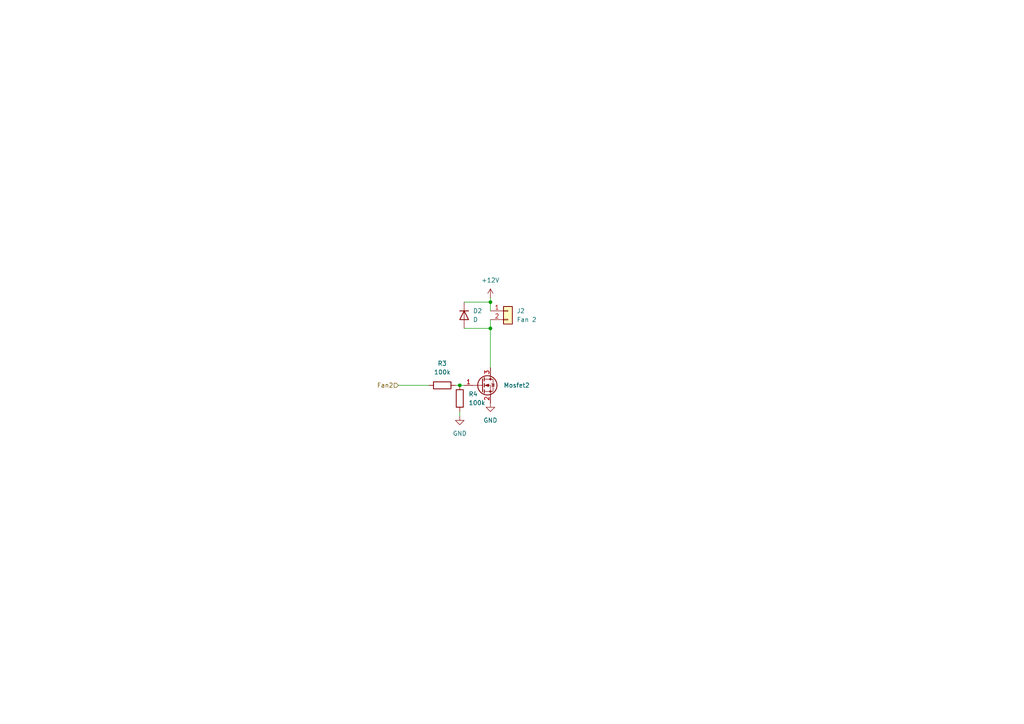
<source format=kicad_sch>
(kicad_sch (version 20231120) (generator "eeschema") (generator_version "8.0")
  (paper "A4")
  (lib_symbols
    (symbol "Connector_Generic:Conn_01x02" (pin_names (offset 1.016) hide)
      (property "Reference" "J" (at 0 2.54 0))
      (property "Value" "Conn_01x02" (at 0 -5.08 0))
      (symbol "Conn_01x02_1_1"
        (rectangle (start -1.27 -2.413) (end 0 -2.667) (stroke (width 0.1524)))
        (rectangle (start -1.27 0.127) (end 0 -0.127) (stroke (width 0.1524)))
        (rectangle (start -1.27 1.27) (end 1.27 -3.81) (stroke (width 0.254)) (fill (type background)))
        (pin passive line (at -5.08 0 0) (length 3.81) (name "Pin_1") (number "1"))
        (pin passive line (at -5.08 -2.54 0) (length 3.81) (name "Pin_2") (number "2"))
      )
    )
    (symbol "Device:D" (pin_numbers hide) (pin_names (offset 1.016) hide)
      (property "Reference" "D" (at 0 2.54 0))
      (property "Value" "D" (at 0 -2.54 0))
      (symbol "D_0_1"
        (polyline (pts (xy -1.27 1.27) (xy -1.27 -1.27)) (stroke (width 0.254)))
        (polyline (pts (xy 1.27 0) (xy -1.27 0)))
        (polyline (pts (xy 1.27 1.27) (xy 1.27 -1.27) (xy -1.27 0) (xy 1.27 1.27)) (stroke (width 0.254)))
      )
      (symbol "D_1_1"
        (pin passive line (at -3.81 0 0) (length 2.54) (name "K") (number "1"))
        (pin passive line (at 3.81 0 180) (length 2.54) (name "A") (number "2"))
      )
    )
    (symbol "Device:R" (pin_numbers hide) (pin_names (offset 0))
      (property "Reference" "R" (at 2.032 0 90))
      (property "Value" "R" (at 0 0 90))
      (symbol "R_0_1"
        (rectangle (start -1.016 -2.54) (end 1.016 2.54) (stroke (width 0.254)))
      )
      (symbol "R_1_1"
        (pin passive line (at 0 3.81 270) (length 1.27) (name "~") (number "1"))
        (pin passive line (at 0 -3.81 90) (length 1.27) (name "~") (number "2"))
      )
    )
    (symbol "Transistor_FET:IRLML0030" (pin_names hide)
      (property "Reference" "Q" (at 5.08 1.905 0))
      (property "Value" "IRLML0030" (at 5.08 0 0))
      (symbol "IRLML0030_0_1"
        (polyline (pts (xy 0.254 0) (xy -2.54 0)))
        (polyline (pts (xy 0.254 1.905) (xy 0.254 -1.905)) (stroke (width 0.254)))
        (polyline (pts (xy 0.762 -1.27) (xy 0.762 -2.286)) (stroke (width 0.254)))
        (polyline (pts (xy 0.762 0.508) (xy 0.762 -0.508)) (stroke (width 0.254)))
        (polyline (pts (xy 0.762 2.286) (xy 0.762 1.27)) (stroke (width 0.254)))
        (polyline (pts (xy 2.54 2.54) (xy 2.54 1.778)))
        (polyline (pts (xy 2.54 -2.54) (xy 2.54 0) (xy 0.762 0)))
        (polyline (pts (xy 0.762 -1.778) (xy 3.302 -1.778) (xy 3.302 1.778) (xy 0.762 1.778)))
        (polyline (pts (xy 1.016 0) (xy 2.032 0.381) (xy 2.032 -0.381) (xy 1.016 0)) (fill (type outline)))
        (polyline (pts (xy 2.794 0.508) (xy 2.921 0.381) (xy 3.683 0.381) (xy 3.81 0.254)))
        (polyline (pts (xy 3.302 0.381) (xy 2.921 -0.254) (xy 3.683 -0.254) (xy 3.302 0.381)))
        (circle (center 1.651 0) (radius 2.794) (stroke (width 0.254)))
        (circle (center 2.54 -1.778) (radius 0.254) (fill (type outline)))
        (circle (center 2.54 1.778) (radius 0.254) (fill (type outline)))
      )
      (symbol "IRLML0030_1_1"
        (pin input line (at -5.08 0 0) (length 2.54) (name "G") (number "1"))
        (pin passive line (at 2.54 -5.08 90) (length 2.54) (name "S") (number "2"))
        (pin passive line (at 2.54 5.08 270) (length 2.54) (name "D") (number "3"))
      )
    )
    (symbol "power:+12V" (power) (pin_numbers hide) (pin_names (offset 0) hide)
      (property "Value" "+12V" (at 0 3.556 0))
      (symbol "+12V_0_1"
        (polyline (pts (xy -0.762 1.27) (xy 0 2.54)))
        (polyline (pts (xy 0 0) (xy 0 2.54)))
        (polyline (pts (xy 0 2.54) (xy 0.762 1.27)))
      )
      (symbol "+12V_1_1"
        (pin power_in line (at 0 0 90) (length 0) (name "~") (number "1"))
      )
    )
    (symbol "power:GND" (power) (pin_numbers hide) (pin_names (offset 0) hide)
      (property "Value" "GND" (at 0 -3.81 0))
      (symbol "GND_0_1"
        (polyline (pts (xy 0 0) (xy 0 -1.27) (xy 1.27 -1.27) (xy 0 -2.54) (xy -1.27 -1.27) (xy 0 -1.27)))
      )
      (symbol "GND_1_1"
        (pin power_in line (at 0 0 270) (length 0) (name "~") (number "1"))
      )
    )
  )
  (junction (at 142.24 87.63))
  (junction (at 142.24 95.25))
  (junction (at 133.35 111.76))
  (wire (pts (xy 133.35 119.38) (xy 133.35 120.65)))
  (wire (pts (xy 142.24 87.63) (xy 142.24 90.17)))
  (wire (pts (xy 132.08 111.76) (xy 133.35 111.76)))
  (wire (pts (xy 142.24 92.71) (xy 142.24 95.25)))
  (wire (pts (xy 142.24 95.25) (xy 142.24 106.68)))
  (wire (pts (xy 134.62 95.25) (xy 142.24 95.25)))
  (wire (pts (xy 134.62 87.63) (xy 142.24 87.63)))
  (wire (pts (xy 124.46 111.76) (xy 115.57 111.76)))
  (wire (pts (xy 133.35 111.76) (xy 134.62 111.76)))
  (wire (pts (xy 142.24 86.36) (xy 142.24 87.63)))
  (hierarchical_label "Fan2" (shape input) (at 115.57 111.76 180))
  (symbol (lib_id "Transistor_FET:IRLML0030") (at 139.7 111.76 0) (unit 1)
    (property "Reference" "Mosfet2" (at 146.05 111.7599 0) (effects (justify left)))
    (property "Value" "IRLML0030" (effects (hide yes)))
    (property "Footprint" "Package_TO_SOT_SMD:SOT-23" (effects (hide yes)))
    (property "Datasheet" "https://www.infineon.com/dgdl/irlml0030pbf.pdf?fileId=5546d462533600a401535664773825df" (effects (hide yes)))
    (property "Description" "5.3A Id, 30V Vds, 27mOhm Rds, N-Channel HEXFET Power MOSFET, SOT-23" (effects (hide yes)))
  )
  (symbol (lib_id "power:GND") (at 142.24 116.84 0) (mirror y) (unit 1)
    (property "Reference" "#PWR012" (effects (hide yes)))
    (property "Value" "GND" (at 142.24 121.92 0))
    (property "Description" "Power symbol creates a global label with name \"GND\" , ground" (effects (hide yes)))
  )
  (symbol (lib_id "Device:R") (at 133.35 115.57 0) (mirror y) (unit 1)
    (property "Reference" "R4" (at 135.89 114.2999 0) (effects (justify right)))
    (property "Value" "100k" (at 135.89 116.8399 0) (effects (justify right)))
    (property "Footprint" "Resistor_SMD:R_0805_2012Metric" (effects (hide yes)))
    (property "Description" "Resistor" (effects (hide yes)))
  )
  (symbol (lib_id "Device:D") (at 134.62 91.44 270) (unit 1)
    (property "Reference" "D2" (at 137.16 90.1699 90) (effects (justify left)))
    (property "Value" "D" (at 137.16 92.7099 90) (effects (justify left)))
    (property "Footprint" "Diode_SMD:D_0805_2012Metric" (effects (hide yes)))
    (property "Description" "Diode" (effects (hide yes)))
    (property "Sim.Device" "D" (effects (hide yes)))
    (property "Sim.Pins" "1=K 2=A" (effects (hide yes)))
  )
  (symbol (lib_id "power:+12V") (at 142.24 86.36 0) (unit 1)
    (property "Reference" "#PWR06" (effects (hide yes)))
    (property "Value" "+12V" (at 142.24 81.28 0))
    (property "Description" "Power symbol creates a global label with name \"+12V\"" (effects (hide yes)))
  )
  (symbol (lib_id "power:GND") (at 133.35 120.65 0) (mirror y) (unit 1)
    (property "Reference" "#PWR03" (effects (hide yes)))
    (property "Value" "GND" (at 133.35 125.73 0))
    (property "Description" "Power symbol creates a global label with name \"GND\" , ground" (effects (hide yes)))
  )
  (symbol (lib_id "Connector_Generic:Conn_01x02") (at 147.32 90.17 0) (unit 1)
    (property "Reference" "J2" (at 149.86 90.1699 0) (effects (justify left)))
    (property "Value" "Fan 2" (at 149.86 92.7099 0) (effects (justify left)))
    (property "Footprint" "Connector:Molex_MicroFit3.0_1x2xP3.00mm_PolarizingPeg_Vertical" (effects (hide yes)))
    (property "Description" "Generic connector, single row, 01x02, script generated (kicad-library-utils/schlib/autogen/connector/)" (effects (hide yes)))
  )
  (symbol (lib_id "Device:R") (at 128.27 111.76 90) (mirror x) (unit 1)
    (property "Reference" "R3" (at 128.27 105.41 90))
    (property "Value" "100k" (at 128.27 107.95 90))
    (property "Footprint" "Resistor_SMD:R_0805_2012Metric" (effects (hide yes)))
    (property "Description" "Resistor" (effects (hide yes)))
  )
)
</source>
